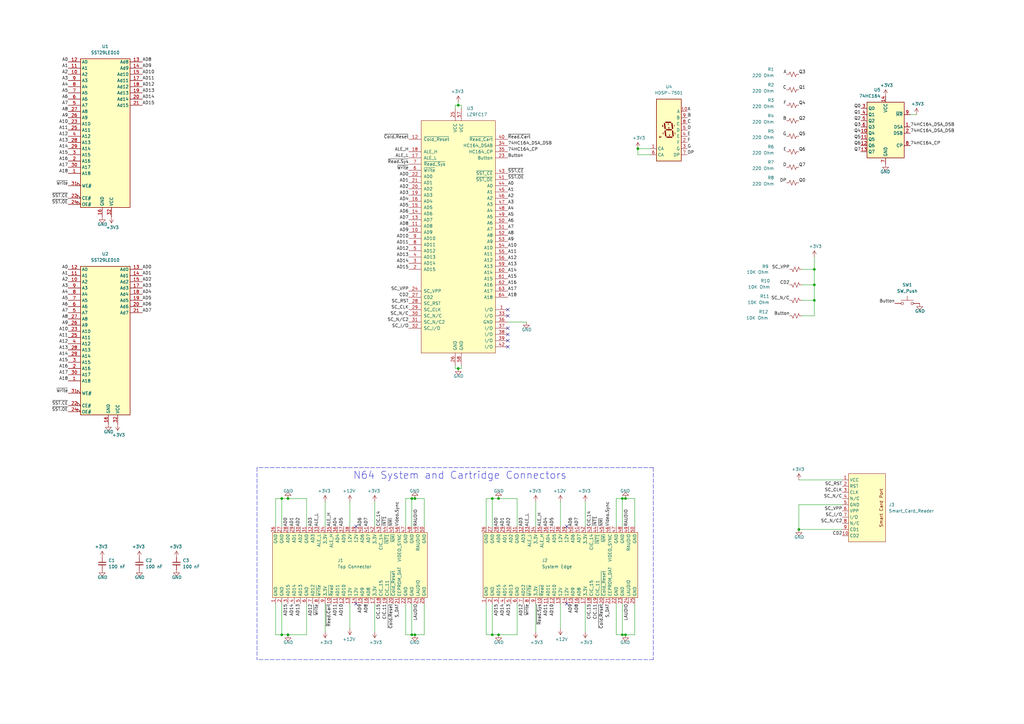
<source format=kicad_sch>
(kicad_sch (version 20231120) (generator "eeschema") (generator_version "8.0")
  (paper "A3")
  (lib_symbols
    (symbol "74xx:74HC164"
      (property "Reference" "U" (at 1.905 -13.97 0))
      (property "Value" "74HC164" (at 1.905 -16.51 0))
      (symbol "74HC164_0_1"
        (rectangle (start 7.62 10.16) (end -7.62 -12.7) (stroke (width 0.254)) (fill (type background)))
      )
      (symbol "74HC164_1_1"
        (pin input line (at -10.16 0 0) (length 2.54) (name "DSA") (number "1"))
        (pin output line (at 10.16 -2.54 180) (length 2.54) (name "Q4") (number "10"))
        (pin output line (at 10.16 -5.08 180) (length 2.54) (name "Q5") (number "11"))
        (pin output line (at 10.16 -7.62 180) (length 2.54) (name "Q6") (number "12"))
        (pin output line (at 10.16 -10.16 180) (length 2.54) (name "Q7") (number "13"))
        (pin power_in line (at 0 12.7 270) (length 2.54) (name "VCC") (number "14"))
        (pin input line (at -10.16 -2.54 0) (length 2.54) (name "DSB") (number "2"))
        (pin output line (at 10.16 7.62 180) (length 2.54) (name "Q0") (number "3"))
        (pin output line (at 10.16 5.08 180) (length 2.54) (name "Q1") (number "4"))
        (pin output line (at 10.16 2.54 180) (length 2.54) (name "Q2") (number "5"))
        (pin output line (at 10.16 0 180) (length 2.54) (name "Q3") (number "6"))
        (pin power_in line (at 0 -15.24 90) (length 2.54) (name "GND") (number "7"))
        (pin input line (at -10.16 -7.62 0) (length 2.54) (name "CP") (number "8"))
        (pin input line (at -10.16 5.08 0) (length 2.54) (name "~{MR}") (number "9"))
      )
    )
    (symbol "Custom_Flash:SST28LF040"
      (property "Reference" "U1" (at 0 38.1 0))
      (property "Value" "SST28LF040" (at 0 35.56 0))
      (symbol "SST28LF040_0_1"
        (rectangle (start -10.16 31.75) (end 10.16 -29.21) (stroke (width 0.254)) (fill (type background)))
      )
      (symbol "SST28LF040_1_1"
        (pin input line (at -15.24 -15.24 0) (length 5.08) (name "A18") (number "1"))
        (pin input line (at -15.24 25.4 0) (length 5.08) (name "A2") (number "10"))
        (pin input line (at -15.24 27.94 0) (length 5.08) (name "A1") (number "11"))
        (pin input line (at -15.24 30.48 0) (length 5.08) (name "A0") (number "12"))
        (pin tri_state line (at 15.24 30.48 180) (length 5.08) (name "Ad0") (number "13"))
        (pin tri_state line (at 15.24 27.94 180) (length 5.08) (name "Ad1") (number "14"))
        (pin tri_state line (at 15.24 25.4 180) (length 5.08) (name "Ad2") (number "15"))
        (pin power_in line (at 1.27 -33.02 90) (length 3.81) (name "GND") (number "16"))
        (pin tri_state line (at 15.24 22.86 180) (length 5.08) (name "Ad3") (number "17"))
        (pin tri_state line (at 15.24 20.32 180) (length 5.08) (name "Ad4") (number "18"))
        (pin tri_state line (at 15.24 17.78 180) (length 5.08) (name "Ad5") (number "19"))
        (pin input line (at -15.24 -10.16 0) (length 5.08) (name "A16") (number "2"))
        (pin tri_state line (at 15.24 15.24 180) (length 5.08) (name "Ad6") (number "20"))
        (pin tri_state line (at 15.24 12.7 180) (length 5.08) (name "Ad7") (number "21"))
        (pin input input_low (at -15.24 -25.4 0) (length 5.08) (name "CE#") (number "22"))
        (pin input line (at -15.24 5.08 0) (length 5.08) (name "A10") (number "23"))
        (pin input input_low (at -15.24 -27.94 0) (length 5.08) (name "OE#") (number "24"))
        (pin input line (at -15.24 2.54 0) (length 5.08) (name "A11") (number "25"))
        (pin input line (at -15.24 7.62 0) (length 5.08) (name "A9") (number "26"))
        (pin input line (at -15.24 10.16 0) (length 5.08) (name "A8") (number "27"))
        (pin input line (at -15.24 -2.54 0) (length 5.08) (name "A13") (number "28"))
        (pin input line (at -15.24 -5.08 0) (length 5.08) (name "A14") (number "29"))
        (pin input line (at -15.24 -7.62 0) (length 5.08) (name "A15") (number "3"))
        (pin input line (at -15.24 -12.7 0) (length 5.08) (name "A17") (number "30"))
        (pin input input_low (at -15.24 -20.32 0) (length 5.08) (name "WE#") (number "31"))
        (pin power_in line (at 5.08 -33.02 90) (length 3.81) (name "VCC") (number "32"))
        (pin input line (at -15.24 0 0) (length 5.08) (name "A12") (number "4"))
        (pin input line (at -15.24 12.7 0) (length 5.08) (name "A7") (number "5"))
        (pin input line (at -15.24 15.24 0) (length 5.08) (name "A6") (number "6"))
        (pin input line (at -15.24 17.78 0) (length 5.08) (name "A5") (number "7"))
        (pin input line (at -15.24 20.32 0) (length 5.08) (name "A4") (number "8"))
        (pin input line (at -15.24 22.86 0) (length 5.08) (name "A3") (number "9"))
      )
    )
    (symbol "Device:C_Small" (pin_numbers hide) (pin_names (offset 0.254) hide)
      (property "Reference" "C" (at 0.254 1.778 0))
      (property "Value" "C_Small" (at 0.254 -2.032 0))
      (symbol "C_Small_0_1"
        (polyline (pts (xy -1.524 -0.508) (xy 1.524 -0.508)) (stroke (width 0.3302)))
        (polyline (pts (xy -1.524 0.508) (xy 1.524 0.508)) (stroke (width 0.3048)))
      )
      (symbol "C_Small_1_1"
        (pin passive line (at 0 2.54 270) (length 2.032) (name "~") (number "1"))
        (pin passive line (at 0 -2.54 90) (length 2.032) (name "~") (number "2"))
      )
    )
    (symbol "Device:R_Small_US" (pin_numbers hide) (pin_names (offset 0.254) hide)
      (property "Reference" "R" (at 0.762 0.508 0))
      (property "Value" "R_Small_US" (at 0.762 -1.016 0))
      (symbol "R_Small_US_1_1"
        (polyline (pts (xy 0 0) (xy 1.016 -0.381) (xy 0 -0.762) (xy -1.016 -1.143) (xy 0 -1.524)))
        (polyline (pts (xy 0 1.524) (xy 1.016 1.143) (xy 0 0.762) (xy -1.016 0.381) (xy 0 0)))
        (pin passive line (at 0 2.54 270) (length 1.016) (name "~") (number "1"))
        (pin passive line (at 0 -2.54 90) (length 1.016) (name "~") (number "2"))
      )
    )
    (symbol "Display_Character:HDSP-7501"
      (property "Reference" "U" (at -3.81 13.97 0))
      (property "Value" "HDSP-7501" (at 6.35 13.97 0))
      (symbol "HDSP-7501_1_0"
        (text "A" (at 0.254 2.413 0) (effects (font (size 0.508 0.508))))
        (text "B" (at 2.54 1.651 0) (effects (font (size 0.508 0.508))))
        (text "C" (at 2.286 -1.397 0) (effects (font (size 0.508 0.508))))
        (text "D" (at -0.254 -2.159 0) (effects (font (size 0.508 0.508))))
        (text "DP" (at 3.556 -2.921 0) (effects (font (size 0.508 0.508))))
        (text "E" (at -2.54 -1.397 0) (effects (font (size 0.508 0.508))))
        (text "F" (at -2.286 1.651 0) (effects (font (size 0.508 0.508))))
        (text "G" (at 0 0.889 0) (effects (font (size 0.508 0.508))))
      )
      (symbol "HDSP-7501_1_1"
        (rectangle (start -5.08 12.7) (end 5.08 -12.7) (stroke (width 0.254)) (fill (type background)))
        (polyline (pts (xy -1.524 -0.381) (xy -1.778 -2.413)) (stroke (width 0.508)))
        (polyline (pts (xy -1.27 -2.921) (xy 0.762 -2.921)) (stroke (width 0.508)))
        (polyline (pts (xy -1.27 2.667) (xy -1.524 0.635)) (stroke (width 0.508)))
        (polyline (pts (xy -1.016 0.127) (xy 1.016 0.127)) (stroke (width 0.508)))
        (polyline (pts (xy -0.762 3.175) (xy 1.27 3.175)) (stroke (width 0.508)))
        (polyline (pts (xy 1.524 -0.381) (xy 1.27 -2.413)) (stroke (width 0.508)))
        (polyline (pts (xy 1.778 2.667) (xy 1.524 0.635)) (stroke (width 0.508)))
        (polyline (pts (xy 2.54 -2.921) (xy 2.54 -2.921)) (stroke (width 0.508)))
        (pin input line (at 7.62 -7.62 180) (length 2.54) (name "CA") (number "1"))
        (pin input line (at -7.62 7.62 0) (length 2.54) (name "A") (number "10"))
        (pin input line (at -7.62 -5.08 0) (length 2.54) (name "F") (number "2"))
        (pin input line (at -7.62 -7.62 0) (length 2.54) (name "G") (number "3"))
        (pin input line (at -7.62 -2.54 0) (length 2.54) (name "E") (number "4"))
        (pin input line (at -7.62 0 0) (length 2.54) (name "D") (number "5"))
        (pin input line (at 7.62 -10.16 180) (length 2.54) (name "CA") (number "6"))
        (pin input line (at -7.62 -10.16 0) (length 2.54) (name "DP") (number "7"))
        (pin input line (at -7.62 2.54 0) (length 2.54) (name "C") (number "8"))
        (pin input line (at -7.62 5.08 0) (length 2.54) (name "B") (number "9"))
      )
    )
    (symbol "Edge_Connector_1"
      (property "Reference" "J1" (at -6.35 2.54 0))
      (property "Value" "Top Connector" (at -6.35 0 0))
      (symbol "Edge_Connector_1_1_1"
        (rectangle (start -33.02 13.97) (end 30.48 -12.7) (fill (type background)))
        (pin power_out line (at -31.75 -15.24 90) (length 2.54) (name "GND") (number "1"))
        (pin output line (at -8.89 -15.24 90) (length 2.54) (name "~{Read}") (number "10"))
        (pin bidirectional line (at -6.35 -15.24 90) (length 2.54) (name "AD11") (number "11"))
        (pin bidirectional line (at -3.81 -15.24 90) (length 2.54) (name "AD10") (number "12"))
        (pin power_out line (at -1.27 -15.24 90) (length 2.54) (name "12V") (number "13"))
        (pin power_out line (at 1.27 -15.24 90) (length 2.54) (name "12V") (number "14"))
        (pin bidirectional line (at 3.81 -15.24 90) (length 2.54) (name "AD9") (number "15"))
        (pin bidirectional line (at 6.35 -15.24 90) (length 2.54) (name "AD8") (number "16"))
        (pin power_out line (at 8.89 -15.24 90) (length 2.54) (name "3.3V") (number "17"))
        (pin bidirectional line (at 11.43 -15.24 90) (length 2.54) (name "CIC_15") (number "18"))
        (pin bidirectional line (at 13.97 -15.24 90) (length 2.54) (name "CIC_11") (number "19"))
        (pin power_out line (at -29.21 -15.24 90) (length 2.54) (name "GND") (number "2"))
        (pin bidirectional line (at 16.51 -15.24 90) (length 2.54) (name "~{Cold_Reset}") (number "20"))
        (pin bidirectional line (at 19.05 -15.24 90) (length 2.54) (name "EEPROM_DAT") (number "21"))
        (pin power_out line (at 21.59 -15.24 90) (length 2.54) (name "GND") (number "22"))
        (pin power_out line (at 24.13 -15.24 90) (length 2.54) (name "GND") (number "23"))
        (pin bidirectional line (at 26.67 -15.24 90) (length 2.54) (name "LAUDIO") (number "24"))
        (pin power_out line (at 29.21 -15.24 90) (length 2.54) (name "GND") (number "25"))
        (pin power_out line (at -31.75 16.51 270) (length 2.54) (name "GND") (number "26"))
        (pin power_out line (at -29.21 16.51 270) (length 2.54) (name "GND") (number "27"))
        (pin bidirectional line (at -26.67 16.51 270) (length 2.54) (name "AD0") (number "28"))
        (pin bidirectional line (at -24.13 16.51 270) (length 2.54) (name "AD1") (number "29"))
        (pin bidirectional line (at -26.67 -15.24 90) (length 2.54) (name "AD15") (number "3"))
        (pin bidirectional line (at -21.59 16.51 270) (length 2.54) (name "AD2") (number "30"))
        (pin power_out line (at -19.05 16.51 270) (length 2.54) (name "GND") (number "31"))
        (pin bidirectional line (at -16.51 16.51 270) (length 2.54) (name "AD3") (number "32"))
        (pin output line (at -13.97 16.51 270) (length 2.54) (name "ALE_L") (number "33"))
        (pin power_out line (at -11.43 16.51 270) (length 2.54) (name "3.3V") (number "34"))
        (pin output line (at -8.89 16.51 270) (length 2.54) (name "ALE_H") (number "35"))
        (pin bidirectional line (at -6.35 16.51 270) (length 2.54) (name "AD4") (number "36"))
        (pin bidirectional line (at -3.81 16.51 270) (length 2.54) (name "AD5") (number "37"))
        (pin power_out line (at -1.27 16.51 270) (length 2.54) (name "12V") (number "38"))
        (pin power_out line (at 1.27 16.51 270) (length 2.54) (name "12V") (number "39"))
        (pin bidirectional line (at -24.13 -15.24 90) (length 2.54) (name "AD14") (number "4"))
        (pin bidirectional line (at 3.81 16.51 270) (length 2.54) (name "AD6") (number "40"))
        (pin bidirectional line (at 6.35 16.51 270) (length 2.54) (name "AD7") (number "41"))
        (pin bidirectional line (at 8.89 16.51 270) (length 2.54) (name "3.3V") (number "42"))
        (pin bidirectional line (at 11.43 16.51 270) (length 2.54) (name "CIC_14") (number "43"))
        (pin bidirectional line (at 13.97 16.51 270) (length 2.54) (name "~{INT1}") (number "44"))
        (pin bidirectional line (at 16.51 16.51 270) (length 2.54) (name "~{NMI}") (number "45"))
        (pin bidirectional line (at 19.05 16.51 270) (length 2.54) (name "VIDEO_SYNC") (number "46"))
        (pin power_out line (at 21.59 16.51 270) (length 2.54) (name "GND") (number "47"))
        (pin power_out line (at 24.13 16.51 270) (length 2.54) (name "GND") (number "48"))
        (pin bidirectional line (at 26.67 16.51 270) (length 2.54) (name "RAUDIO") (number "49"))
        (pin bidirectional line (at -21.59 -15.24 90) (length 2.54) (name "AD13") (number "5"))
        (pin power_out line (at 29.21 16.51 270) (length 2.54) (name "GND") (number "50"))
        (pin power_out line (at -19.05 -15.24 90) (length 2.54) (name "GND") (number "6"))
        (pin bidirectional line (at -16.51 -15.24 90) (length 2.54) (name "AD12") (number "7"))
        (pin output line (at -13.97 -15.24 90) (length 2.54) (name "~{Write}") (number "8"))
        (pin power_out line (at -11.43 -15.24 90) (length 2.54) (name "3.3V") (number "9"))
      )
    )
    (symbol "REF1191:Edge_Connector"
      (property "Reference" "J1" (at -6.35 2.54 0))
      (property "Value" "Top Connector" (at -6.35 0 0))
      (symbol "Edge_Connector_1_1"
        (rectangle (start -33.02 13.97) (end 30.48 -12.7) (fill (type background)))
        (pin power_out line (at -31.75 -15.24 90) (length 2.54) (name "GND") (number "1"))
        (pin output line (at -8.89 -15.24 90) (length 2.54) (name "~{Read}") (number "10"))
        (pin bidirectional line (at -6.35 -15.24 90) (length 2.54) (name "AD11") (number "11"))
        (pin bidirectional line (at -3.81 -15.24 90) (length 2.54) (name "AD10") (number "12"))
        (pin power_out line (at -1.27 -15.24 90) (length 2.54) (name "12V") (number "13"))
        (pin power_out line (at 1.27 -15.24 90) (length 2.54) (name "12V") (number "14"))
        (pin bidirectional line (at 3.81 -15.24 90) (length 2.54) (name "AD9") (number "15"))
        (pin bidirectional line (at 6.35 -15.24 90) (length 2.54) (name "AD8") (number "16"))
        (pin power_out line (at 8.89 -15.24 90) (length 2.54) (name "3.3V") (number "17"))
        (pin bidirectional line (at 11.43 -15.24 90) (length 2.54) (name "CIC_15") (number "18"))
        (pin bidirectional line (at 13.97 -15.24 90) (length 2.54) (name "CIC_11") (number "19"))
        (pin power_out line (at -29.21 -15.24 90) (length 2.54) (name "GND") (number "2"))
        (pin bidirectional line (at 16.51 -15.24 90) (length 2.54) (name "~{Cold_Reset}") (number "20"))
        (pin bidirectional line (at 19.05 -15.24 90) (length 2.54) (name "EEPROM_DAT") (number "21"))
        (pin power_out line (at 21.59 -15.24 90) (length 2.54) (name "GND") (number "22"))
        (pin power_out line (at 24.13 -15.24 90) (length 2.54) (name "GND") (number "23"))
        (pin bidirectional line (at 26.67 -15.24 90) (length 2.54) (name "LAUDIO") (number "24"))
        (pin power_out line (at 29.21 -15.24 90) (length 2.54) (name "GND") (number "25"))
        (pin power_out line (at -31.75 16.51 270) (length 2.54) (name "GND") (number "26"))
        (pin power_out line (at -29.21 16.51 270) (length 2.54) (name "GND") (number "27"))
        (pin bidirectional line (at -26.67 16.51 270) (length 2.54) (name "AD0") (number "28"))
        (pin bidirectional line (at -24.13 16.51 270) (length 2.54) (name "AD1") (number "29"))
        (pin bidirectional line (at -26.67 -15.24 90) (length 2.54) (name "AD15") (number "3"))
        (pin bidirectional line (at -21.59 16.51 270) (length 2.54) (name "AD2") (number "30"))
        (pin power_out line (at -19.05 16.51 270) (length 2.54) (name "GND") (number "31"))
        (pin bidirectional line (at -16.51 16.51 270) (length 2.54) (name "AD3") (number "32"))
        (pin output line (at -13.97 16.51 270) (length 2.54) (name "ALE_L") (number "33"))
        (pin power_out line (at -11.43 16.51 270) (length 2.54) (name "3.3V") (number "34"))
        (pin output line (at -8.89 16.51 270) (length 2.54) (name "ALE_H") (number "35"))
        (pin bidirectional line (at -6.35 16.51 270) (length 2.54) (name "AD4") (number "36"))
        (pin bidirectional line (at -3.81 16.51 270) (length 2.54) (name "AD5") (number "37"))
        (pin power_out line (at -1.27 16.51 270) (length 2.54) (name "12V") (number "38"))
        (pin power_out line (at 1.27 16.51 270) (length 2.54) (name "12V") (number "39"))
        (pin bidirectional line (at -24.13 -15.24 90) (length 2.54) (name "AD14") (number "4"))
        (pin bidirectional line (at 3.81 16.51 270) (length 2.54) (name "AD6") (number "40"))
        (pin bidirectional line (at 6.35 16.51 270) (length 2.54) (name "AD7") (number "41"))
        (pin bidirectional line (at 8.89 16.51 270) (length 2.54) (name "3.3V") (number "42"))
        (pin bidirectional line (at 11.43 16.51 270) (length 2.54) (name "CIC_14") (number "43"))
        (pin bidirectional line (at 13.97 16.51 270) (length 2.54) (name "~{INT1}") (number "44"))
        (pin bidirectional line (at 16.51 16.51 270) (length 2.54) (name "~{NMI}") (number "45"))
        (pin bidirectional line (at 19.05 16.51 270) (length 2.54) (name "VIDEO_SYNC") (number "46"))
        (pin power_out line (at 21.59 16.51 270) (length 2.54) (name "GND") (number "47"))
        (pin power_out line (at 24.13 16.51 270) (length 2.54) (name "GND") (number "48"))
        (pin bidirectional line (at 26.67 16.51 270) (length 2.54) (name "RAUDIO") (number "49"))
        (pin bidirectional line (at -21.59 -15.24 90) (length 2.54) (name "AD13") (number "5"))
        (pin power_out line (at 29.21 16.51 270) (length 2.54) (name "GND") (number "50"))
        (pin power_out line (at -19.05 -15.24 90) (length 2.54) (name "GND") (number "6"))
        (pin bidirectional line (at -16.51 -15.24 90) (length 2.54) (name "AD12") (number "7"))
        (pin output line (at -13.97 -15.24 90) (length 2.54) (name "~{Write}") (number "8"))
        (pin power_out line (at -11.43 -15.24 90) (length 2.54) (name "3.3V") (number "9"))
      )
    )
    (symbol "REF1191:LZ9FC17" (pin_names (offset 1.016))
      (property "Reference" "U1" (at 5.08 46.736 0))
      (property "Value" "LZ9FC17" (at 2.54 44.704 0))
      (symbol "LZ9FC17_0_1"
        (rectangle (start -15.24 43.18) (end 15.24 -52.07) (fill (type background)))
      )
      (symbol "LZ9FC17_1_1"
        (pin tri_state line (at 20.32 -34.29 180) (length 5.08) (name "I/O") (number "1"))
        (pin tri_state line (at -20.32 -2.54 0) (length 5.08) (name "AD9") (number "10"))
        (pin tri_state line (at -20.32 0 0) (length 5.08) (name "AD8") (number "11"))
        (pin input line (at -20.32 35.56 0) (length 5.08) (name "~{Cold_Reset}") (number "12"))
        (pin tri_state line (at -20.32 2.54 0) (length 5.08) (name "AD7") (number "13"))
        (pin tri_state line (at -20.32 5.08 0) (length 5.08) (name "AD6") (number "14"))
        (pin tri_state line (at -20.32 7.62 0) (length 5.08) (name "AD5") (number "15"))
        (pin tri_state line (at -20.32 10.16 0) (length 5.08) (name "AD4") (number "16"))
        (pin input line (at -20.32 27.94 0) (length 5.08) (name "ALE_L") (number "17"))
        (pin input line (at -20.32 30.48 0) (length 5.08) (name "ALE_H") (number "18"))
        (pin tri_state line (at -20.32 12.7 0) (length 5.08) (name "AD3") (number "19"))
        (pin tri_state line (at -20.32 -17.78 0) (length 5.08) (name "AD15") (number "2"))
        (pin tri_state line (at -20.32 15.24 0) (length 5.08) (name "AD2") (number "20"))
        (pin tri_state line (at -20.32 17.78 0) (length 5.08) (name "AD1") (number "21"))
        (pin tri_state line (at -20.32 20.32 0) (length 5.08) (name "AD0") (number "22"))
        (pin input line (at 20.32 27.94 180) (length 5.08) (name "Button") (number "23"))
        (pin tri_state line (at -20.32 -26.67 0) (length 5.08) (name "SC_VPP") (number "24"))
        (pin power_in line (at -1.27 48.26 270) (length 5.08) (name "VCC") (number "25"))
        (pin power_in line (at -1.27 -57.15 90) (length 5.08) (name "GND") (number "26"))
        (pin tri_state line (at -20.32 -29.21 0) (length 5.08) (name "CD2") (number "27"))
        (pin tri_state line (at -20.32 -31.75 0) (length 5.08) (name "SC_RST") (number "28"))
        (pin tri_state line (at -20.32 -34.29 0) (length 5.08) (name "SC_CLK") (number "29"))
        (pin tri_state line (at -20.32 -15.24 0) (length 5.08) (name "AD14") (number "3"))
        (pin tri_state line (at -20.32 -36.83 0) (length 5.08) (name "SC_N/C") (number "30"))
        (pin tri_state line (at -20.32 -39.37 0) (length 5.08) (name "SC_N/C2") (number "31"))
        (pin tri_state line (at -20.32 -41.91 0) (length 5.08) (name "SC_I/O") (number "32"))
        (pin tri_state line (at 20.32 -36.83 180) (length 5.08) (name "I/O") (number "33"))
        (pin output line (at 20.32 33.02 180) (length 5.08) (name "HC164_DSAB") (number "34"))
        (pin output line (at 20.32 30.48 180) (length 5.08) (name "HC164_CP") (number "35"))
        (pin tri_state line (at 20.32 -39.37 180) (length 5.08) (name "GND") (number "36"))
        (pin tri_state line (at 20.32 -41.91 180) (length 5.08) (name "I/O") (number "37"))
        (pin tri_state line (at 20.32 -44.45 180) (length 5.08) (name "I/O") (number "38"))
        (pin tri_state line (at 20.32 -46.99 180) (length 5.08) (name "I/O") (number "39"))
        (pin tri_state line (at -20.32 -12.7 0) (length 5.08) (name "AD13") (number "4"))
        (pin output line (at 20.32 35.56 180) (length 5.08) (name "~{Read_Cart}") (number "40"))
        (pin output line (at 20.32 19.05 180) (length 5.08) (name "~{SST_OE}") (number "41"))
        (pin tri_state line (at 20.32 -49.53 180) (length 5.08) (name "I/O") (number "42"))
        (pin output line (at 20.32 21.59 180) (length 5.08) (name "~{SST_CE}") (number "43"))
        (pin output line (at 20.32 16.51 180) (length 5.08) (name "A0") (number "44"))
        (pin output line (at 20.32 13.97 180) (length 5.08) (name "A1") (number "45"))
        (pin output line (at 20.32 11.43 180) (length 5.08) (name "A2") (number "46"))
        (pin output line (at 20.32 8.89 180) (length 5.08) (name "A3") (number "47"))
        (pin output line (at 20.32 6.35 180) (length 5.08) (name "A4") (number "48"))
        (pin output line (at 20.32 3.81 180) (length 5.08) (name "A5") (number "49"))
        (pin tri_state line (at -20.32 -10.16 0) (length 5.08) (name "AD12") (number "5"))
        (pin output line (at 20.32 1.27 180) (length 5.08) (name "A6") (number "50"))
        (pin output line (at 20.32 -1.27 180) (length 5.08) (name "A7") (number "51"))
        (pin output line (at 20.32 -3.81 180) (length 5.08) (name "A8") (number "52"))
        (pin output line (at 20.32 -6.35 180) (length 5.08) (name "A9") (number "53"))
        (pin output line (at 20.32 -8.89 180) (length 5.08) (name "A10") (number "54"))
        (pin output line (at 20.32 -11.43 180) (length 5.08) (name "A11") (number "55"))
        (pin output line (at 20.32 -13.97 180) (length 5.08) (name "A12") (number "56"))
        (pin power_in line (at 1.27 48.26 270) (length 5.08) (name "VCC") (number "57"))
        (pin power_in line (at 1.27 -57.15 90) (length 5.08) (name "GND") (number "58"))
        (pin output line (at 20.32 -16.51 180) (length 5.08) (name "A13") (number "59"))
        (pin input line (at -20.32 22.86 0) (length 5.08) (name "~{Write}") (number "6"))
        (pin output line (at 20.32 -19.05 180) (length 5.08) (name "A14") (number "60"))
        (pin output line (at 20.32 -21.59 180) (length 5.08) (name "A15") (number "61"))
        (pin output line (at 20.32 -24.13 180) (length 5.08) (name "A16") (number "62"))
        (pin output line (at 20.32 -26.67 180) (length 5.08) (name "A17") (number "63"))
        (pin output line (at 20.32 -29.21 180) (length 5.08) (name "A18") (number "64"))
        (pin input line (at -20.32 25.4 0) (length 5.08) (name "~{Read_Sys}") (number "7"))
        (pin tri_state line (at -20.32 -7.62 0) (length 5.08) (name "AD11") (number "8"))
        (pin tri_state line (at -20.32 -5.08 0) (length 5.08) (name "AD10") (number "9"))
      )
    )
    (symbol "REF1191:Smart_Card_Reader"
      (property "Reference" "J5" (at 8.89 0.0001 0))
      (property "Value" "Smart_Card_Reader" (at 8.89 -2.5399 0))
      (symbol "Smart_Card_Reader_1_1"
        (rectangle (start -7.62 13.97) (end 7.62 -13.97) (fill (type background)))
        (text "Smart Card Port" (at 5.842 0 900) (effects (font (size 1.27 1.27))))
        (pin power_in line (at -10.16 11.43 0) (length 2.54) (name "VCC") (number "1"))
        (pin input line (at -10.16 -11.43 0) (length 2.54) (name "CD2") (number "10"))
        (pin input line (at -10.16 8.89 0) (length 2.54) (name "RST") (number "2"))
        (pin input line (at -10.16 6.35 0) (length 2.54) (name "CLK") (number "3"))
        (pin input line (at -10.16 3.81 0) (length 2.54) (name "N/C") (number "4"))
        (pin power_in line (at -10.16 1.27 0) (length 2.54) (name "GND") (number "5"))
        (pin power_in line (at -10.16 -1.27 0) (length 2.54) (name "VPP") (number "6"))
        (pin input line (at -10.16 -3.81 0) (length 2.54) (name "I/O") (number "7"))
        (pin input line (at -10.16 -6.35 0) (length 2.54) (name "N/C") (number "8"))
        (pin input line (at -10.16 -8.89 0) (length 2.54) (name "CD1") (number "9"))
      )
    )
    (symbol "SST28LF040_1"
      (property "Reference" "U2" (at 0 38.1 0))
      (property "Value" "SST28LF040" (at 0 35.56 0))
      (symbol "SST28LF040_1_0_1"
        (rectangle (start -10.16 31.75) (end 10.16 -29.21) (stroke (width 0.254)) (fill (type background)))
      )
      (symbol "SST28LF040_1_1_1"
        (pin input line (at -15.24 -15.24 0) (length 5.08) (name "A18") (number "1"))
        (pin input line (at -15.24 25.4 0) (length 5.08) (name "A2") (number "10"))
        (pin input line (at -15.24 27.94 0) (length 5.08) (name "A1") (number "11"))
        (pin input line (at -15.24 30.48 0) (length 5.08) (name "A0") (number "12"))
        (pin tri_state line (at 15.24 30.48 180) (length 5.08) (name "Ad8") (number "13"))
        (pin tri_state line (at 15.24 27.94 180) (length 5.08) (name "Ad9") (number "14"))
        (pin tri_state line (at 15.24 25.4 180) (length 5.08) (name "Ad10") (number "15"))
        (pin power_in line (at -1.27 -33.02 90) (length 3.81) (name "GND") (number "16"))
        (pin tri_state line (at 15.24 22.86 180) (length 5.08) (name "Ad11") (number "17"))
        (pin tri_state line (at 15.24 20.32 180) (length 5.08) (name "Ad12") (number "18"))
        (pin tri_state line (at 15.24 17.78 180) (length 5.08) (name "Ad13") (number "19"))
        (pin input line (at -15.24 -10.16 0) (length 5.08) (name "A16") (number "2"))
        (pin tri_state line (at 15.24 15.24 180) (length 5.08) (name "Ad14") (number "20"))
        (pin tri_state line (at 15.24 12.7 180) (length 5.08) (name "Ad15") (number "21"))
        (pin input input_low (at -15.24 -25.4 0) (length 5.08) (name "CE#") (number "22"))
        (pin input line (at -15.24 5.08 0) (length 5.08) (name "A10") (number "23"))
        (pin input input_low (at -15.24 -27.94 0) (length 5.08) (name "OE#") (number "24"))
        (pin input line (at -15.24 2.54 0) (length 5.08) (name "A11") (number "25"))
        (pin input line (at -15.24 7.62 0) (length 5.08) (name "A9") (number "26"))
        (pin input line (at -15.24 10.16 0) (length 5.08) (name "A8") (number "27"))
        (pin input line (at -15.24 -2.54 0) (length 5.08) (name "A13") (number "28"))
        (pin input line (at -15.24 -5.08 0) (length 5.08) (name "A14") (number "29"))
        (pin input line (at -15.24 -7.62 0) (length 5.08) (name "A15") (number "3"))
        (pin input line (at -15.24 -12.7 0) (length 5.08) (name "A17") (number "30"))
        (pin input input_low (at -15.24 -20.32 0) (length 5.08) (name "WE#") (number "31"))
        (pin power_in line (at 2.54 -33.02 90) (length 3.81) (name "VCC") (number "32"))
        (pin input line (at -15.24 0 0) (length 5.08) (name "A12") (number "4"))
        (pin input line (at -15.24 12.7 0) (length 5.08) (name "A7") (number "5"))
        (pin input line (at -15.24 15.24 0) (length 5.08) (name "A6") (number "6"))
        (pin input line (at -15.24 17.78 0) (length 5.08) (name "A5") (number "7"))
        (pin input line (at -15.24 20.32 0) (length 5.08) (name "A4") (number "8"))
        (pin input line (at -15.24 22.86 0) (length 5.08) (name "A3") (number "9"))
      )
    )
    (symbol "Switch:SW_Push" (pin_numbers hide) (pin_names (offset 1.016) hide)
      (property "Reference" "SW" (at 1.27 2.54 0))
      (property "Value" "SW_Push" (at 0 -1.524 0))
      (symbol "SW_Push_0_1"
        (circle (center -2.032 0) (radius 0.508))
        (polyline (pts (xy 0 1.27) (xy 0 3.048)))
        (polyline (pts (xy 2.54 1.27) (xy -2.54 1.27)))
        (circle (center 2.032 0) (radius 0.508))
        (pin passive line (at -5.08 0 0) (length 2.54) (name "1") (number "1"))
        (pin passive line (at 5.08 0 180) (length 2.54) (name "2") (number "2"))
      )
    )
    (symbol "power:+3V3" (power) (pin_names (offset 0))
      (property "Value" "+3V3" (at 0 3.556 0))
      (symbol "+3V3_0_1"
        (polyline (pts (xy -0.762 1.27) (xy 0 2.54)))
        (polyline (pts (xy 0 0) (xy 0 2.54)))
        (polyline (pts (xy 0 2.54) (xy 0.762 1.27)))
      )
      (symbol "+3V3_1_1"
        (pin power_in line (at 0 0 90) (length 0) hide (name "+3V3") (number "1"))
      )
    )
    (symbol "power:GND" (power) (pin_names (offset 0))
      (property "Value" "GND" (at 0 -3.81 0))
      (symbol "GND_0_1"
        (polyline (pts (xy 0 0) (xy 0 -1.27) (xy 1.27 -1.27) (xy 0 -2.54) (xy -1.27 -1.27) (xy 0 -1.27)))
      )
      (symbol "GND_1_1"
        (pin power_in line (at 0 0 270) (length 0) hide (name "GND") (number "1"))
      )
    )
  )
  (junction (at 334.01 116.84))
  (junction (at 204.47 204.47))
  (junction (at 187.96 151.13))
  (junction (at 118.11 260.35))
  (junction (at 168.91 260.35))
  (junction (at 256.54 260.35))
  (junction (at 170.18 260.35))
  (junction (at 334.01 110.49))
  (junction (at 327.66 217.17))
  (junction (at 118.11 204.47))
  (junction (at 255.27 204.47))
  (junction (at 201.93 204.47))
  (junction (at 255.27 260.35))
  (junction (at 115.57 260.35))
  (junction (at 334.01 123.19))
  (junction (at 261.62 60.96))
  (junction (at 256.54 204.47))
  (junction (at 115.57 204.47))
  (junction (at 201.93 260.35))
  (junction (at 170.18 204.47))
  (junction (at 187.96 43.18))
  (junction (at 168.91 204.47))
  (junction (at 204.47 260.35))
  (no_connect (at 208.28 137.16))
  (no_connect (at 146.05 247.65))
  (no_connect (at 208.28 139.7))
  (no_connect (at 208.28 129.54))
  (no_connect (at 146.05 215.9))
  (no_connect (at 208.28 142.24))
  (no_connect (at 208.28 134.62))
  (no_connect (at 208.28 127))
  (no_connect (at 232.41 247.65))
  (no_connect (at 232.41 215.9))
  (wire (pts (xy 125.73 260.35) (xy 125.73 247.65)))
  (wire (pts (xy 115.57 204.47) (xy 118.11 204.47)))
  (wire (pts (xy 170.18 260.35) (xy 173.99 260.35)))
  (polyline (pts (xy 267.97 191.77) (xy 267.97 270.51)) (stroke (width 0) (type dash)))
  (wire (pts (xy 334.01 110.49) (xy 334.01 105.41)))
  (wire (pts (xy 199.39 260.35) (xy 201.93 260.35)))
  (wire (pts (xy 256.54 204.47) (xy 260.35 204.47)))
  (wire (pts (xy 212.09 204.47) (xy 212.09 215.9)))
  (wire (pts (xy 255.27 260.35) (xy 256.54 260.35)))
  (wire (pts (xy 328.93 110.49) (xy 334.01 110.49)))
  (wire (pts (xy 327.66 217.17) (xy 345.44 217.17)))
  (wire (pts (xy 256.54 260.35) (xy 260.35 260.35)))
  (wire (pts (xy 212.09 260.35) (xy 212.09 247.65)))
  (wire (pts (xy 261.62 60.96) (xy 261.62 63.5)))
  (wire (pts (xy 115.57 204.47) (xy 115.57 215.9)))
  (wire (pts (xy 143.51 215.9) (xy 143.51 205.74)))
  (wire (pts (xy 199.39 260.35) (xy 199.39 247.65)))
  (wire (pts (xy 187.96 43.18) (xy 186.69 43.18)))
  (wire (pts (xy 187.96 41.91) (xy 187.96 43.18)))
  (wire (pts (xy 187.96 43.18) (xy 189.23 43.18)))
  (wire (pts (xy 166.37 204.47) (xy 168.91 204.47)))
  (wire (pts (xy 204.47 260.35) (xy 212.09 260.35)))
  (wire (pts (xy 168.91 215.9) (xy 168.91 204.47)))
  (wire (pts (xy 118.11 260.35) (xy 125.73 260.35)))
  (wire (pts (xy 252.73 260.35) (xy 255.27 260.35)))
  (wire (pts (xy 252.73 215.9) (xy 252.73 204.47)))
  (polyline (pts (xy 267.97 270.51) (xy 105.41 270.51)) (stroke (width 0) (type dash)))
  (wire (pts (xy 229.87 247.65) (xy 229.87 257.81)))
  (wire (pts (xy 266.7 63.5) (xy 261.62 63.5)))
  (wire (pts (xy 334.01 116.84) (xy 334.01 110.49)))
  (wire (pts (xy 113.03 204.47) (xy 113.03 215.9)))
  (wire (pts (xy 115.57 247.65) (xy 115.57 260.35)))
  (wire (pts (xy 153.67 247.65) (xy 153.67 259.08)))
  (polyline (pts (xy 267.97 191.77) (xy 105.41 191.77)) (stroke (width 0) (type dash)))
  (wire (pts (xy 166.37 215.9) (xy 166.37 204.47)))
  (wire (pts (xy 345.44 207.01) (xy 327.66 207.01)))
  (wire (pts (xy 187.96 151.13) (xy 189.23 151.13)))
  (wire (pts (xy 219.71 215.9) (xy 219.71 205.74)))
  (wire (pts (xy 266.7 60.96) (xy 261.62 60.96)))
  (wire (pts (xy 153.67 205.74) (xy 153.67 215.9)))
  (wire (pts (xy 201.93 204.47) (xy 204.47 204.47)))
  (wire (pts (xy 328.93 129.54) (xy 334.01 129.54)))
  (wire (pts (xy 260.35 247.65) (xy 260.35 260.35)))
  (wire (pts (xy 113.03 260.35) (xy 113.03 247.65)))
  (wire (pts (xy 252.73 204.47) (xy 255.27 204.47)))
  (wire (pts (xy 255.27 204.47) (xy 256.54 204.47)))
  (wire (pts (xy 189.23 43.18) (xy 189.23 44.45)))
  (wire (pts (xy 327.66 196.85) (xy 345.44 196.85)))
  (wire (pts (xy 166.37 247.65) (xy 166.37 260.35)))
  (wire (pts (xy 168.91 204.47) (xy 170.18 204.47)))
  (wire (pts (xy 208.28 132.08) (xy 215.9 132.08)))
  (wire (pts (xy 201.93 260.35) (xy 204.47 260.35)))
  (polyline (pts (xy 105.41 191.77) (xy 105.41 270.51)) (stroke (width 0) (type dash)))
  (wire (pts (xy 201.93 247.65) (xy 201.93 260.35)))
  (wire (pts (xy 186.69 43.18) (xy 186.69 44.45)))
  (wire (pts (xy 168.91 260.35) (xy 170.18 260.35)))
  (wire (pts (xy 240.03 205.74) (xy 240.03 215.9)))
  (wire (pts (xy 375.92 46.99) (xy 373.38 46.99)))
  (wire (pts (xy 186.69 151.13) (xy 186.69 149.86)))
  (wire (pts (xy 125.73 204.47) (xy 125.73 215.9)))
  (wire (pts (xy 255.27 247.65) (xy 255.27 260.35)))
  (wire (pts (xy 113.03 204.47) (xy 115.57 204.47)))
  (wire (pts (xy 229.87 215.9) (xy 229.87 205.74)))
  (wire (pts (xy 219.71 247.65) (xy 219.71 259.08)))
  (wire (pts (xy 252.73 247.65) (xy 252.73 260.35)))
  (wire (pts (xy 334.01 123.19) (xy 334.01 116.84)))
  (wire (pts (xy 115.57 260.35) (xy 118.11 260.35)))
  (wire (pts (xy 201.93 204.47) (xy 201.93 215.9)))
  (wire (pts (xy 186.69 151.13) (xy 187.96 151.13)))
  (wire (pts (xy 328.93 116.84) (xy 334.01 116.84)))
  (wire (pts (xy 118.11 204.47) (xy 125.73 204.47)))
  (wire (pts (xy 199.39 204.47) (xy 199.39 215.9)))
  (wire (pts (xy 133.35 247.65) (xy 133.35 259.08)))
  (wire (pts (xy 113.03 260.35) (xy 115.57 260.35)))
  (wire (pts (xy 255.27 215.9) (xy 255.27 204.47)))
  (wire (pts (xy 260.35 215.9) (xy 260.35 204.47)))
  (wire (pts (xy 166.37 260.35) (xy 168.91 260.35)))
  (wire (pts (xy 173.99 247.65) (xy 173.99 260.35)))
  (wire (pts (xy 204.47 204.47) (xy 212.09 204.47)))
  (wire (pts (xy 133.35 215.9) (xy 133.35 205.74)))
  (wire (pts (xy 334.01 129.54) (xy 334.01 123.19)))
  (wire (pts (xy 168.91 247.65) (xy 168.91 260.35)))
  (wire (pts (xy 170.18 204.47) (xy 173.99 204.47)))
  (wire (pts (xy 327.66 207.01) (xy 327.66 217.17)))
  (wire (pts (xy 328.93 123.19) (xy 334.01 123.19)))
  (wire (pts (xy 143.51 247.65) (xy 143.51 257.81)))
  (wire (pts (xy 199.39 204.47) (xy 201.93 204.47)))
  (wire (pts (xy 173.99 215.9) (xy 173.99 204.47)))
  (wire (pts (xy 240.03 247.65) (xy 240.03 259.08)))
  (wire (pts (xy 189.23 151.13) (xy 189.23 149.86)))
  (text "N64 System and Cartridge Connectors" (at 144.78 196.85 0) (effects (font (size 2.9972 2.9972)) (justify left bottom)))
  (label "Q1" (at 327.66 36.83 0))
  (label "CIC.14" (at 242.57 215.9 90))
  (label "RAUDIO" (at 171.45 215.9 90))
  (label "DP" (at 322.58 74.93 180))
  (label "AD2" (at 209.55 215.9 90))
  (label "A10" (at 27.94 135.89 180))
  (label "A17" (at 208.28 119.38 0))
  (label "A5" (at 208.28 88.9 0))
  (label "Button" (at 323.85 129.54 180))
  (label "AD5" (at 58.42 123.19 0))
  (label "AD3" (at 167.64 80.01 180))
  (label "~{NMI}" (at 247.65 215.9 90))
  (label "AD9" (at 167.64 95.25 180))
  (label "RAUDIO" (at 257.81 215.9 90))
  (label "~{Write}" (at 27.94 161.29 180))
  (label "ALE_L" (at 130.81 215.9 90))
  (label "AD11" (at 138.43 247.65 270))
  (label "AD2" (at 123.19 215.9 90))
  (label "A" (at 281.94 45.72 0))
  (label "AD2" (at 58.42 115.57 0))
  (label "A3" (at 208.28 83.82 0))
  (label "AD1" (at 120.65 215.9 90))
  (label "~{Cold.Reset}" (at 247.65 247.65 270))
  (label "CIC.15" (at 156.21 247.65 270))
  (label "G" (at 322.58 55.88 180))
  (label "C" (at 322.58 36.83 180))
  (label "D" (at 281.94 53.34 0))
  (label "74HC164_DSA_DSB" (at 373.38 52.07 0))
  (label "G" (at 281.94 60.96 0))
  (label "~{SST.CE}" (at 27.94 81.28 180))
  (label "AD6" (at 234.95 215.9 90))
  (label "SC_RST" (at 167.64 124.46 180))
  (label "A13" (at 208.28 109.22 0))
  (label "AD11" (at 167.64 100.33 180))
  (label "A16" (at 208.28 116.84 0))
  (label "A11" (at 208.28 104.14 0))
  (label "~{Read.Sys}" (at 222.25 247.65 270))
  (label "AD8" (at 58.42 25.4 0))
  (label "Button" (at 208.28 64.77 0))
  (label "Q1" (at 353.06 46.99 180))
  (label "AD12" (at 58.42 35.56 0))
  (label "C" (at 281.94 50.8 0))
  (label "AD7" (at 167.64 90.17 180))
  (label "ALE_L" (at 217.17 215.9 90))
  (label "~{SST.CE}" (at 27.94 166.37 180))
  (label "AD13" (at 123.19 247.65 270))
  (label "SC_CLK" (at 345.44 201.93 180))
  (label "Q5" (at 353.06 57.15 180))
  (label "AD12" (at 167.64 102.87 180))
  (label "A6" (at 27.94 125.73 180))
  (label "~{SST.OE}" (at 208.28 73.66 0))
  (label "D" (at 322.58 68.58 180))
  (label "AD9" (at 148.59 247.65 270))
  (label "A13" (at 27.94 58.42 180))
  (label "AD1" (at 58.42 113.03 0))
  (label "Q0" (at 327.66 74.93 0))
  (label "74HC164_CP" (at 208.28 62.23 0))
  (label "AD12" (at 128.27 247.65 270))
  (label "~{Write}" (at 27.94 76.2 180))
  (label "A12" (at 27.94 55.88 180))
  (label "S_DAT" (at 163.83 247.65 270))
  (label "~{Write}" (at 217.17 247.65 270))
  (label "AD5" (at 227.33 215.9 90))
  (label "AD14" (at 207.01 247.65 270))
  (label "ALE_H" (at 167.64 62.23 180))
  (label "SC_N{slash}C" (at 345.44 204.47 180))
  (label "A15" (at 27.94 63.5 180))
  (label "Q7" (at 353.06 62.23 180))
  (label "SC_RST" (at 345.44 199.39 180))
  (label "AD12" (at 214.63 247.65 270))
  (label "A17" (at 27.94 153.67 180))
  (label "A12" (at 208.28 106.68 0))
  (label "Q5" (at 327.66 55.88 0))
  (label "AD15" (at 167.64 110.49 180))
  (label "Video.Sync" (at 250.19 215.9 90))
  (label "Button" (at 367.03 124.46 180))
  (label "A6" (at 27.94 40.64 180))
  (label "AD15" (at 58.42 43.18 0))
  (label "Q2" (at 327.66 49.53 0))
  (label "CIC.15" (at 242.57 247.65 270))
  (label "AD15" (at 118.11 247.65 270))
  (label "~{Cold.Reset}" (at 167.64 57.15 180))
  (label "Q4" (at 353.06 54.61 180))
  (label "AD8" (at 237.49 247.65 270))
  (label "SC_VPP" (at 167.64 119.38 180))
  (label "74HC164_DSA_DSB" (at 373.38 54.61 0))
  (label "AD7" (at 58.42 128.27 0))
  (label "AD3" (at 128.27 215.9 90))
  (label "A18" (at 208.28 121.92 0))
  (label "Q3" (at 353.06 52.07 180))
  (label "A12" (at 27.94 140.97 180))
  (label "AD6" (at 148.59 215.9 90))
  (label "Q3" (at 327.66 30.48 0))
  (label "A0" (at 27.94 110.49 180))
  (label "A8" (at 208.28 96.52 0))
  (label "AD4" (at 224.79 215.9 90))
  (label "~{Write}" (at 130.81 247.65 270))
  (label "SC_I{slash}O" (at 345.44 212.09 180))
  (label "A4" (at 208.28 86.36 0))
  (label "A14" (at 27.94 146.05 180))
  (label "AD0" (at 167.64 72.39 180))
  (label "74HC164_CP" (at 373.38 59.69 0))
  (label "A3" (at 27.94 33.02 180))
  (label "A9" (at 27.94 133.35 180))
  (label "A14" (at 208.28 111.76 0))
  (label "AD14" (at 167.64 107.95 180))
  (label "B" (at 322.58 49.53 180))
  (label "~{NMI}" (at 161.29 215.9 90))
  (label "A5" (at 27.94 38.1 180))
  (label "ALE_L" (at 167.64 64.77 180))
  (label "CD2" (at 323.85 116.84 180))
  (label "AD5" (at 167.64 85.09 180))
  (label "AD3" (at 58.42 118.11 0))
  (label "AD0" (at 118.11 215.9 90))
  (label "A1" (at 27.94 27.94 180))
  (label "F" (at 322.58 43.18 180))
  (label "Video.Sync" (at 163.83 215.9 90))
  (label "A1" (at 27.94 113.03 180))
  (label "SC_N{slash}C" (at 323.85 123.19 180))
  (label "AD11" (at 58.42 33.02 0))
  (label "DP" (at 281.94 63.5 0))
  (label "A14" (at 27.94 60.96 180))
  (label "A2" (at 208.28 81.28 0))
  (label "A18" (at 27.94 71.12 180))
  (label "SC_N{slash}C" (at 167.64 129.54 180))
  (label "S_DAT" (at 250.19 247.65 270))
  (label "Q6" (at 353.06 59.69 180))
  (label "~{SST.OE}" (at 27.94 83.82 180))
  (label "A3" (at 27.94 118.11 180))
  (label "LAUDIO" (at 171.45 247.65 270))
  (label "A11" (at 27.94 138.43 180))
  (label "AD10" (at 140.97 247.65 270))
  (label "AD10" (at 227.33 247.65 270))
  (label "A16" (at 27.94 66.04 180))
  (label "~{Write}" (at 167.64 69.85 180))
  (label "AD6" (at 58.42 125.73 0))
  (label "A9" (at 27.94 48.26 180))
  (label "~{INT1}" (at 245.11 215.9 90))
  (label "A4" (at 27.94 120.65 180))
  (label "Q6" (at 327.66 62.23 0))
  (label "~{Cold.Reset}" (at 161.29 247.65 270))
  (label "AD6" (at 167.64 87.63 180))
  (label "AD2" (at 167.64 77.47 180))
  (label "A15" (at 27.94 148.59 180))
  (label "E" (at 322.58 62.23 180))
  (label "AD11" (at 224.79 247.65 270))
  (label "A15" (at 208.28 114.3 0))
  (label "F" (at 281.94 58.42 0))
  (label "LAUDIO" (at 257.81 247.65 270))
  (label "AD15" (at 204.47 247.65 270))
  (label "A8" (at 27.94 130.81 180))
  (label "AD4" (at 58.42 120.65 0))
  (label "SC_I{slash}O" (at 167.64 134.62 180))
  (label "A2" (at 27.94 30.48 180))
  (label "A7" (at 208.28 93.98 0))
  (label "AD1" (at 167.64 74.93 180))
  (label "A13" (at 27.94 143.51 180))
  (label "A7" (at 27.94 128.27 180))
  (label "AD8" (at 167.64 92.71 180))
  (label "CIC.11" (at 158.75 247.65 270))
  (label "~{INT1}" (at 158.75 215.9 90))
  (label "AD9" (at 58.42 27.94 0))
  (label "AD4" (at 167.64 82.55 180))
  (label "A7" (at 27.94 43.18 180))
  (label "A10" (at 27.94 50.8 180))
  (label "A9" (at 208.28 99.06 0))
  (label "AD13" (at 167.64 105.41 180))
  (label "AD0" (at 58.42 110.49 0))
  (label "E" (at 281.94 55.88 0))
  (label "CIC.11" (at 245.11 247.65 270))
  (label "CD2" (at 345.44 219.71 180))
  (label "AD8" (at 151.13 247.65 270))
  (label "~{Read.Cart}" (at 135.89 247.65 270))
  (label "B" (at 281.94 48.26 0))
  (label "Q2" (at 353.06 49.53 180))
  (label "SC_CLK" (at 167.64 127 180))
  (label "A" (at 322.58 30.48 180))
  (label "AD13" (at 209.55 247.65 270))
  (label "AD10" (at 167.64 97.79 180))
  (label "A18" (at 27.94 156.21 180))
  (label "AD7" (at 151.13 215.9 90))
  (label "~{Read.Cart}" (at 208.28 57.15 0))
  (label "A2" (at 27.94 115.57 180))
  (label "A4" (at 27.94 35.56 180))
  (label "A10" (at 208.28 101.6 0))
  (label "AD3" (at 214.63 215.9 90))
  (label "Q7" (at 327.66 68.58 0))
  (label "A16" (at 27.94 151.13 180))
  (label "AD7" (at 237.49 215.9 90))
  (label "SC_VPP" (at 345.44 209.55 180))
  (label "~{SST.OE}" (at 27.94 168.91 180))
  (label "Q0" (at 353.06 44.45 180))
  (label "~{Read.Sys}" (at 167.64 67.31 180))
  (label "Q4" (at 327.66 43.18 0))
  (label "AD1" (at 207.01 215.9 90))
  (label "A0" (at 27.94 25.4 180))
  (label "A17" (at 27.94 68.58 180))
  (label "74HC164_DSA_DSB" (at 208.28 59.69 0))
  (label "~{SST.CE}" (at 208.28 71.12 0))
  (label "A11" (at 27.94 53.34 180))
  (label "AD14" (at 58.42 40.64 0))
  (label "CIC.14" (at 156.21 215.9 90))
  (label "AD14" (at 120.65 247.65 270))
  (label "AD4" (at 138.43 215.9 90))
  (label "ALE_H" (at 135.89 215.9 90))
  (label "CD2" (at 167.64 121.92 180))
  (label "SC_N{slash}C2" (at 345.44 214.63 180))
  (label "A1" (at 208.28 78.74 0))
  (label "ALE_H" (at 222.25 215.9 90))
  (label "AD9" (at 234.95 247.65 270))
  (label "A6" (at 208.28 91.44 0))
  (label "AD13" (at 58.42 38.1 0))
  (label "SC_VPP" (at 323.85 110.49 180))
  (label "A5" (at 27.94 123.19 180))
  (label "A0" (at 208.28 76.2 0))
  (label "A8" (at 27.94 45.72 180))
  (label "AD10" (at 58.42 30.48 0))
  (label "AD0" (at 204.47 215.9 90))
  (label "SC_N{slash}C2" (at 167.64 132.08 180))
  (label "AD5" (at 140.97 215.9 90))
  (symbol (lib_id "power:GND") (at 57.15 233.68 0) (unit 1)
    (property "Reference" "#PWR08" (effects (hide yes)))
    (property "Value" "GND" (at 57.277 236.8042 0))
  )
  (symbol (lib_id "power:+3V3") (at 133.35 259.08 0) (mirror x) (unit 1)
    (property "Reference" "#PWR014" (effects (hide yes)))
    (property "Value" "+3V3" (at 133.731 263.4742 0))
  )
  (symbol (lib_id "power:GND") (at 41.91 233.68 0) (unit 1)
    (property "Reference" "#PWR03" (effects (hide yes)))
    (property "Value" "GND" (at 42.037 236.8042 0))
  )
  (symbol (lib_id "power:+3V3") (at 375.92 46.99 0) (unit 1)
    (property "Reference" "#PWR043" (effects (hide yes)))
    (property "Value" "+3V3" (at 376.301 42.5958 0))
  )
  (symbol (lib_id "power:+3V3") (at 153.67 259.08 0) (mirror x) (unit 1)
    (property "Reference" "#PWR018" (effects (hide yes)))
    (property "Value" "+3V3" (at 154.051 263.4742 0))
  )
  (symbol (lib_id "Display_Character:HDSP-7501") (at 274.32 53.34 0) (mirror y) (unit 1)
    (property "Reference" "U4" (at 274.32 35.56 0))
    (property "Value" "HDSP-7501" (at 274.32 38.1 0))
    (property "Footprint" "REF1191:HDSP-7501" (effects (hide yes)))
    (property "Datasheet" "https://docs.broadcom.com/docs/AV02-2553EN" (effects (hide yes)))
  )
  (symbol (lib_id "Device:R_Small_US") (at 326.39 129.54 90) (mirror x) (unit 1)
    (property "Reference" "R12" (at 315.087 127.889 90) (effects (justify left)))
    (property "Value" "10K Ohm" (at 315.087 130.429 90) (effects (justify left)))
    (property "Footprint" "REF1191:1206 Cap Res" (effects (hide yes)))
  )
  (symbol (lib_id "power:GND") (at 204.47 204.47 0) (mirror x) (unit 1)
    (property "Reference" "#PWR023" (effects (hide yes)))
    (property "Value" "GND" (at 204.597 201.3458 0))
  )
  (symbol (lib_id "power:GND") (at 327.66 217.17 0) (unit 1)
    (property "Reference" "#PWR038" (effects (hide yes)))
    (property "Value" "GND" (at 327.787 220.2942 0))
  )
  (symbol (lib_id "Device:C_Small") (at 57.15 231.14 0) (unit 1)
    (property "Reference" "C2" (at 59.69 229.8762 0) (effects (justify left)))
    (property "Value" "100 nF" (at 59.69 232.4162 0) (effects (justify left)))
    (property "Footprint" "REF1191:1206 Cap Res" (effects (hide yes)))
  )
  (symbol (lib_id "power:GND") (at 377.19 124.46 0) (unit 1)
    (property "Reference" "#PWR039" (effects (hide yes)))
    (property "Value" "GND" (at 377.317 127.5842 0))
  )
  (symbol (lib_id "Device:R_Small_US") (at 326.39 116.84 90) (mirror x) (unit 1)
    (property "Reference" "R10" (at 315.849 115.189 90) (effects (justify left)))
    (property "Value" "10K Ohm" (at 315.849 117.729 90) (effects (justify left)))
    (property "Footprint" "REF1191:1206 Cap Res" (effects (hide yes)))
  )
  (symbol (lib_id "power:GND") (at 118.11 260.35 0) (unit 1)
    (property "Reference" "#PWR012" (effects (hide yes)))
    (property "Value" "GND" (at 118.237 263.4742 0))
  )
  (symbol (lib_id "power:+3V3") (at 240.03 205.74 0) (mirror y) (unit 1)
    (property "Reference" "#PWR030" (effects (hide yes)))
    (property "Value" "+3V3" (at 239.649 201.3458 0))
  )
  (symbol (lib_id "Device:R_Small_US") (at 325.12 30.48 90) (unit 1)
    (property "Reference" "R1" (at 317.5 28.448 90) (effects (justify left)))
    (property "Value" "220 Ohm" (at 317.5 30.988 90) (effects (justify left)))
    (property "Footprint" "REF1191:0805 Res" (effects (hide yes)))
  )
  (symbol (lib_id "power:+3V3") (at 327.66 196.85 0) (mirror y) (unit 1)
    (property "Reference" "#PWR037" (effects (hide yes)))
    (property "Value" "+3V3" (at 327.279 192.4558 0))
  )
  (symbol (lib_id "Device:R_Small_US") (at 326.39 123.19 90) (mirror x) (unit 1)
    (property "Reference" "R11" (at 315.595 121.539 90) (effects (justify left)))
    (property "Value" "10K Ohm" (at 315.595 124.079 90) (effects (justify left)))
    (property "Footprint" "REF1191:1206 Cap Res" (effects (hide yes)))
  )
  (symbol (lib_id "power:+3V3") (at 240.03 259.08 0) (mirror x) (unit 1)
    (property "Reference" "#PWR031" (effects (hide yes)))
    (property "Value" "+3V3" (at 240.411 263.4742 0))
  )
  (symbol (lib_id "power:GND") (at 215.9 132.08 0) (unit 1)
    (property "Reference" "#PWR025" (effects (hide yes)))
    (property "Value" "GND" (at 216.027 135.2042 0))
  )
  (symbol (lib_id "power:GND") (at 256.54 204.47 180) (unit 1)
    (property "Reference" "#PWR032" (effects (hide yes)))
    (property "Value" "GND" (at 256.413 201.3458 0))
  )
  (symbol (lib_id "power:GND") (at 72.39 233.68 0) (unit 1)
    (property "Reference" "#PWR010" (effects (hide yes)))
    (property "Value" "GND" (at 72.517 236.8042 0))
  )
  (symbol (lib_id "74xx:74HC164") (at 363.22 52.07 0) (mirror y) (unit 1)
    (property "Reference" "U5" (at 361.2006 36.83 0) (effects (justify left)))
    (property "Value" "74HC164" (at 361.2006 39.37 0) (effects (justify left)))
    (property "Footprint" "REF1191:74HC164" (effects (hide yes)))
    (property "Datasheet" "https://assets.nexperia.com/documents/data-sheet/74HC_HCT164.pdf" (effects (hide yes)))
  )
  (symbol (lib_id "power:+3V3") (at 219.71 259.08 0) (mirror x) (unit 1)
    (property "Reference" "#PWR027" (effects (hide yes)))
    (property "Value" "+3V3" (at 220.091 263.4742 0))
  )
  (symbol (lib_id "Switch:SW_Push") (at 372.11 124.46 0) (unit 1)
    (property "Reference" "SW1" (at 372.11 116.84 0))
    (property "Value" "SW_Push" (at 372.11 119.38 0))
    (property "Footprint" "REF1191:Button" (effects (hide yes)))
  )
  (symbol (lib_id "power:+3V3") (at 219.71 205.74 0) (mirror y) (unit 1)
    (property "Reference" "#PWR026" (effects (hide yes)))
    (property "Value" "+3V3" (at 219.329 201.3458 0))
  )
  (symbol (lib_id "power:+3V3") (at 72.39 228.6 0) (mirror y) (unit 1)
    (property "Reference" "#PWR09" (effects (hide yes)))
    (property "Value" "+3V3" (at 72.009 224.2058 0))
  )
  (symbol (lib_id "power:+3V3") (at 48.26 173.99 0) (mirror x) (unit 1)
    (property "Reference" "#PWR06" (effects (hide yes)))
    (property "Value" "+3V3" (at 48.641 178.3842 0))
  )
  (symbol (lib_id "Device:C_Small") (at 72.39 231.14 0) (unit 1)
    (property "Reference" "C3" (at 74.93 229.8762 0) (effects (justify left)))
    (property "Value" "100 nF" (at 74.93 232.4162 0) (effects (justify left)))
    (property "Footprint" "REF1191:1206 Cap Res" (effects (hide yes)))
  )
  (symbol (lib_id "power:+3V3") (at 334.01 105.41 0) (unit 1)
    (property "Reference" "#PWR035" (effects (hide yes)))
    (property "Value" "+3V3" (at 334.391 101.0158 0))
  )
  (symbol (lib_id "power:+3V3") (at 363.22 39.37 0) (unit 1)
    (property "Reference" "#PWR040" (effects (hide yes)))
    (property "Value" "+3V3" (at 363.601 34.9758 0))
  )
  (symbol (lib_id "power:+3V3") (at 143.51 257.81 180) (unit 1)
    (property "Reference" "#PWR016" (effects (hide yes)))
    (property "Value" "+12V" (at 143.129 262.2042 0))
  )
  (symbol (lib_id "power:GND") (at 44.45 173.99 0) (unit 1)
    (property "Reference" "#PWR04" (effects (hide yes)))
    (property "Value" "GND" (at 44.577 177.1142 0))
  )
  (symbol (lib_id "power:+3V3") (at 57.15 228.6 0) (mirror y) (unit 1)
    (property "Reference" "#PWR07" (effects (hide yes)))
    (property "Value" "+3V3" (at 56.769 224.2058 0))
  )
  (symbol (lib_id "Device:R_Small_US") (at 326.39 110.49 90) (mirror x) (unit 1)
    (property "Reference" "R9" (at 312.547 109.347 90) (effects (justify right)))
    (property "Value" "10K Ohm" (at 306.197 111.633 90) (effects (justify right)))
    (property "Footprint" "REF1191:1206 Cap Res" (effects (hide yes)))
  )
  (symbol (lib_id "Device:R_Small_US") (at 325.12 62.23 90) (unit 1)
    (property "Reference" "R6" (at 317.5 60.198 90) (effects (justify left)))
    (property "Value" "220 Ohm" (at 317.5 62.738 90) (effects (justify left)))
    (property "Footprint" "REF1191:0805 Res" (effects (hide yes)))
  )
  (symbol (lib_id "Device:R_Small_US") (at 325.12 68.58 90) (unit 1)
    (property "Reference" "R7" (at 317.5 66.548 90) (effects (justify left)))
    (property "Value" "220 Ohm" (at 317.5 69.088 90) (effects (justify left)))
    (property "Footprint" "REF1191:0805 Res" (effects (hide yes)))
  )
  (symbol (lib_id "power:GND") (at 170.18 204.47 180) (unit 1)
    (property "Reference" "#PWR019" (effects (hide yes)))
    (property "Value" "GND" (at 170.053 201.3458 0))
  )
  (symbol (lib_id "Device:R_Small_US") (at 325.12 49.53 90) (unit 1)
    (property "Reference" "R4" (at 317.5 47.498 90) (effects (justify left)))
    (property "Value" "220 Ohm" (at 317.5 50.038 90) (effects (justify left)))
    (property "Footprint" "REF1191:0805 Res" (effects (hide yes)))
  )
  (symbol (lib_id "power:+3V3") (at 45.72 88.9 0) (mirror x) (unit 1)
    (property "Reference" "#PWR05" (effects (hide yes)))
    (property "Value" "+3V3" (at 46.101 93.2942 0))
  )
  (symbol (lib_id "Device:R_Small_US") (at 325.12 36.83 90) (unit 1)
    (property "Reference" "R2" (at 317.5 34.798 90) (effects (justify left)))
    (property "Value" "220 Ohm" (at 317.5 37.338 90) (effects (justify left)))
    (property "Footprint" "REF1191:0805 Res" (effects (hide yes)))
  )
  (symbol (lib_id "power:GND") (at 187.96 151.13 0) (unit 1)
    (property "Reference" "#PWR022" (effects (hide yes)))
    (property "Value" "GND" (at 188.087 154.2542 0))
  )
  (symbol (lib_id "power:+3V3") (at 41.91 228.6 0) (mirror y) (unit 1)
    (property "Reference" "#PWR02" (effects (hide yes)))
    (property "Value" "+3V3" (at 41.529 224.2058 0))
  )
  (symbol (lib_id "Device:R_Small_US") (at 325.12 74.93 90) (unit 1)
    (property "Reference" "R8" (at 317.5 72.898 90) (effects (justify left)))
    (property "Value" "220 Ohm" (at 317.5 75.438 90) (effects (justify left)))
    (property "Footprint" "REF1191:0805 Res" (effects (hide yes)))
  )
  (symbol (lib_id "power:GND") (at 204.47 260.35 0) (unit 1)
    (property "Reference" "#PWR024" (effects (hide yes)))
    (property "Value" "GND" (at 204.597 263.4742 0))
  )
  (symbol (lib_id "Custom_Flash:SST28LF040") (at 43.18 140.97 0) (unit 1)
    (property "Reference" "U2" (at 43.18 104.14 0))
    (property "Value" "SST29LE010" (at 43.18 106.68 0))
    (property "Footprint" "REF1191:EEPROM" (effects (hide yes)))
  )
  (symbol (lib_id "power:+3V3") (at 229.87 257.81 0) (mirror x) (unit 1)
    (property "Reference" "#PWR029" (effects (hide yes)))
    (property "Value" "+12V" (at 230.251 262.2042 0))
  )
  (symbol (lib_name "SST28LF040_1") (lib_id "Custom_Flash:SST28LF040") (at 43.18 55.88 0) (unit 1)
    (property "Reference" "U1" (at 43.18 19.05 0))
    (property "Value" "SST29LE010" (at 43.18 21.59 0))
    (property "Footprint" "REF1191:EEPROM" (effects (hide yes)))
  )
  (symbol (lib_id "Device:C_Small") (at 41.91 231.14 0) (unit 1)
    (property "Reference" "C1" (at 44.45 229.8762 0) (effects (justify left)))
    (property "Value" "100 nF" (at 44.45 232.4162 0) (effects (justify left)))
    (property "Footprint" "REF1191:1206 Cap Res" (effects (hide yes)))
  )
  (symbol (lib_id "power:GND") (at 118.11 204.47 0) (mirror x) (unit 1)
    (property "Reference" "#PWR011" (effects (hide yes)))
    (property "Value" "GND" (at 118.237 201.3458 0))
  )
  (symbol (lib_id "Device:R_Small_US") (at 325.12 55.88 90) (unit 1)
    (property "Reference" "R5" (at 317.5 53.848 90) (effects (justify left)))
    (property "Value" "220 Ohm" (at 317.5 56.388 90) (effects (justify left)))
    (property "Footprint" "REF1191:0805 Res" (effects (hide yes)))
  )
  (symbol (lib_id "power:+3V3") (at 187.96 41.91 0) (mirror y) (unit 1)
    (property "Reference" "#PWR021" (effects (hide yes)))
    (property "Value" "+3V3" (at 187.579 37.5158 0))
  )
  (symbol (lib_id "Device:R_Small_US") (at 325.12 43.18 90) (unit 1)
    (property "Reference" "R3" (at 317.5 41.148 90) (effects (justify left)))
    (property "Value" "220 Ohm" (at 317.5 43.688 90) (effects (justify left)))
    (property "Footprint" "REF1191:0805 Res" (effects (hide yes)))
  )
  (symbol (lib_id "power:+3V3") (at 143.51 205.74 0) (mirror y) (unit 1)
    (property "Reference" "#PWR015" (effects (hide yes)))
    (property "Value" "+12V" (at 143.129 201.3458 0))
  )
  (symbol (lib_id "power:+3V3") (at 261.62 60.96 0) (unit 1)
    (property "Reference" "#PWR034" (effects (hide yes)))
    (property "Value" "+3V3" (at 262.001 56.5658 0))
  )
  (symbol (lib_id "power:GND") (at 256.54 260.35 0) (mirror y) (unit 1)
    (property "Reference" "#PWR033" (effects (hide yes)))
    (property "Value" "GND" (at 256.413 263.4742 0))
  )
  (symbol (lib_name "Edge_Connector_1") (lib_id "REF1191:Edge_Connector") (at 144.78 232.41 0) (unit 1)
    (property "Reference" "J1" (at 138.43 229.87 0) (effects (justify left)))
    (property "Value" "Top Connector" (at 138.43 232.41 0) (effects (justify left)))
    (property "Footprint" "REF1191:Edge Connector" (effects (hide yes)))
  )
  (symbol (lib_id "power:+3V3") (at 133.35 205.74 0) (mirror y) (unit 1)
    (property "Reference" "#PWR013" (effects (hide yes)))
    (property "Value" "+3V3" (at 132.969 201.3458 0))
  )
  (symbol (lib_id "power:GND") (at 363.22 67.31 0) (mirror y) (unit 1)
    (property "Reference" "#PWR041" (effects (hide yes)))
    (property "Value" "GND" (at 363.093 70.4342 0))
  )
  (symbol (lib_id "REF1191:Smart_Card_Reader") (at 355.6 208.28 0) (unit 1)
    (property "Reference" "J3" (at 364.49 207.0099 0) (effects (justify left)))
    (property "Value" "Smart_Card_Reader" (at 364.49 209.5499 0) (effects (justify left)))
    (property "Footprint" "REF1191:Smart Card Port" (effects (hide yes)))
  )
  (symbol (lib_id "power:+3V3") (at 229.87 205.74 0) (mirror y) (unit 1)
    (property "Reference" "#PWR028" (effects (hide yes)))
    (property "Value" "+12V" (at 229.489 201.3458 0))
  )
  (symbol (lib_id "power:GND") (at 41.91 88.9 0) (unit 1)
    (property "Reference" "#PWR01" (effects (hide yes)))
    (property "Value" "GND" (at 42.037 92.0242 0))
  )
  (symbol (lib_id "power:+3V3") (at 153.67 205.74 0) (mirror y) (unit 1)
    (property "Reference" "#PWR017" (effects (hide yes)))
    (property "Value" "+3V3" (at 153.289 201.3458 0))
  )
  (symbol (lib_id "REF1191:Edge_Connector") (at 231.14 232.41 0) (unit 1)
    (property "Reference" "J2" (at 222.25 229.87 0) (effects (justify left)))
    (property "Value" "System Edge" (at 222.25 232.41 0) (effects (justify left)))
    (property "Footprint" "REF1191:Edge Connector" (effects (hide yes)))
  )
  (symbol (lib_id "REF1191:LZ9FC17") (at 187.96 92.71 0) (unit 1)
    (property "Reference" "U3" (at 191.4241 44.45 0) (effects (justify left)))
    (property "Value" "LZ9FC17" (at 191.4241 46.99 0) (effects (justify left)))
    (property "Footprint" "REF1191:LZ9FC17" (effects (hide yes)))
  )
  (symbol (lib_id "power:GND") (at 170.18 260.35 0) (mirror y) (unit 1)
    (property "Reference" "#PWR020" (effects (hide yes)))
    (property "Value" "GND" (at 170.053 263.4742 0))
  )
)
</source>
